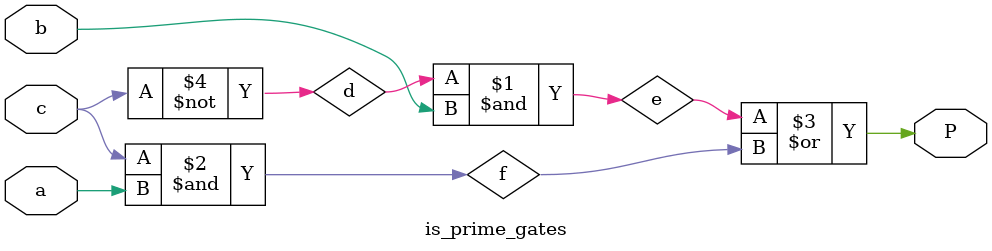
<source format=v>
/*
    if input is prime (2, 3, 5, 7)
        return 1
    else
        return 0
*/

module is_prime_gates(
    input c,
    input b,
    input a,
    output P
  );

  wire d, e, f;

  not not1(d,c);
  and and1(e,d,b);
  and and2(f,c,a);
  or or1(P,e,f);

endmodule

</source>
